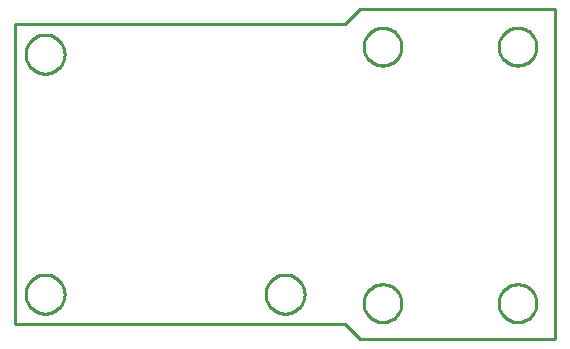
<source format=gko>
G04 EAGLE Gerber RS-274X export*
G75*
%MOMM*%
%FSLAX34Y34*%
%LPD*%
%IN*%
%IPPOS*%
%AMOC8*
5,1,8,0,0,1.08239X$1,22.5*%
G01*
%ADD10C,0.203200*%
%ADD11C,0.000000*%
%ADD12C,0.254000*%


D10*
X457200Y0D02*
X292100Y0D01*
X279400Y12700D01*
X0Y12700D01*
X0Y266700D01*
X279400Y266700D01*
X292100Y279400D01*
X457200Y279400D01*
X457200Y0D01*
D11*
X409450Y247650D02*
X409455Y248043D01*
X409469Y248435D01*
X409493Y248827D01*
X409527Y249218D01*
X409570Y249609D01*
X409623Y249998D01*
X409686Y250385D01*
X409757Y250771D01*
X409839Y251156D01*
X409929Y251538D01*
X410030Y251917D01*
X410139Y252295D01*
X410258Y252669D01*
X410385Y253040D01*
X410522Y253408D01*
X410668Y253773D01*
X410823Y254134D01*
X410986Y254491D01*
X411158Y254844D01*
X411339Y255192D01*
X411529Y255536D01*
X411726Y255876D01*
X411932Y256210D01*
X412146Y256539D01*
X412369Y256863D01*
X412599Y257181D01*
X412836Y257494D01*
X413082Y257800D01*
X413335Y258101D01*
X413595Y258395D01*
X413862Y258683D01*
X414136Y258964D01*
X414417Y259238D01*
X414705Y259505D01*
X414999Y259765D01*
X415300Y260018D01*
X415606Y260264D01*
X415919Y260501D01*
X416237Y260731D01*
X416561Y260954D01*
X416890Y261168D01*
X417224Y261374D01*
X417564Y261571D01*
X417908Y261761D01*
X418256Y261942D01*
X418609Y262114D01*
X418966Y262277D01*
X419327Y262432D01*
X419692Y262578D01*
X420060Y262715D01*
X420431Y262842D01*
X420805Y262961D01*
X421183Y263070D01*
X421562Y263171D01*
X421944Y263261D01*
X422329Y263343D01*
X422715Y263414D01*
X423102Y263477D01*
X423491Y263530D01*
X423882Y263573D01*
X424273Y263607D01*
X424665Y263631D01*
X425057Y263645D01*
X425450Y263650D01*
X425843Y263645D01*
X426235Y263631D01*
X426627Y263607D01*
X427018Y263573D01*
X427409Y263530D01*
X427798Y263477D01*
X428185Y263414D01*
X428571Y263343D01*
X428956Y263261D01*
X429338Y263171D01*
X429717Y263070D01*
X430095Y262961D01*
X430469Y262842D01*
X430840Y262715D01*
X431208Y262578D01*
X431573Y262432D01*
X431934Y262277D01*
X432291Y262114D01*
X432644Y261942D01*
X432992Y261761D01*
X433336Y261571D01*
X433676Y261374D01*
X434010Y261168D01*
X434339Y260954D01*
X434663Y260731D01*
X434981Y260501D01*
X435294Y260264D01*
X435600Y260018D01*
X435901Y259765D01*
X436195Y259505D01*
X436483Y259238D01*
X436764Y258964D01*
X437038Y258683D01*
X437305Y258395D01*
X437565Y258101D01*
X437818Y257800D01*
X438064Y257494D01*
X438301Y257181D01*
X438531Y256863D01*
X438754Y256539D01*
X438968Y256210D01*
X439174Y255876D01*
X439371Y255536D01*
X439561Y255192D01*
X439742Y254844D01*
X439914Y254491D01*
X440077Y254134D01*
X440232Y253773D01*
X440378Y253408D01*
X440515Y253040D01*
X440642Y252669D01*
X440761Y252295D01*
X440870Y251917D01*
X440971Y251538D01*
X441061Y251156D01*
X441143Y250771D01*
X441214Y250385D01*
X441277Y249998D01*
X441330Y249609D01*
X441373Y249218D01*
X441407Y248827D01*
X441431Y248435D01*
X441445Y248043D01*
X441450Y247650D01*
X441445Y247257D01*
X441431Y246865D01*
X441407Y246473D01*
X441373Y246082D01*
X441330Y245691D01*
X441277Y245302D01*
X441214Y244915D01*
X441143Y244529D01*
X441061Y244144D01*
X440971Y243762D01*
X440870Y243383D01*
X440761Y243005D01*
X440642Y242631D01*
X440515Y242260D01*
X440378Y241892D01*
X440232Y241527D01*
X440077Y241166D01*
X439914Y240809D01*
X439742Y240456D01*
X439561Y240108D01*
X439371Y239764D01*
X439174Y239424D01*
X438968Y239090D01*
X438754Y238761D01*
X438531Y238437D01*
X438301Y238119D01*
X438064Y237806D01*
X437818Y237500D01*
X437565Y237199D01*
X437305Y236905D01*
X437038Y236617D01*
X436764Y236336D01*
X436483Y236062D01*
X436195Y235795D01*
X435901Y235535D01*
X435600Y235282D01*
X435294Y235036D01*
X434981Y234799D01*
X434663Y234569D01*
X434339Y234346D01*
X434010Y234132D01*
X433676Y233926D01*
X433336Y233729D01*
X432992Y233539D01*
X432644Y233358D01*
X432291Y233186D01*
X431934Y233023D01*
X431573Y232868D01*
X431208Y232722D01*
X430840Y232585D01*
X430469Y232458D01*
X430095Y232339D01*
X429717Y232230D01*
X429338Y232129D01*
X428956Y232039D01*
X428571Y231957D01*
X428185Y231886D01*
X427798Y231823D01*
X427409Y231770D01*
X427018Y231727D01*
X426627Y231693D01*
X426235Y231669D01*
X425843Y231655D01*
X425450Y231650D01*
X425057Y231655D01*
X424665Y231669D01*
X424273Y231693D01*
X423882Y231727D01*
X423491Y231770D01*
X423102Y231823D01*
X422715Y231886D01*
X422329Y231957D01*
X421944Y232039D01*
X421562Y232129D01*
X421183Y232230D01*
X420805Y232339D01*
X420431Y232458D01*
X420060Y232585D01*
X419692Y232722D01*
X419327Y232868D01*
X418966Y233023D01*
X418609Y233186D01*
X418256Y233358D01*
X417908Y233539D01*
X417564Y233729D01*
X417224Y233926D01*
X416890Y234132D01*
X416561Y234346D01*
X416237Y234569D01*
X415919Y234799D01*
X415606Y235036D01*
X415300Y235282D01*
X414999Y235535D01*
X414705Y235795D01*
X414417Y236062D01*
X414136Y236336D01*
X413862Y236617D01*
X413595Y236905D01*
X413335Y237199D01*
X413082Y237500D01*
X412836Y237806D01*
X412599Y238119D01*
X412369Y238437D01*
X412146Y238761D01*
X411932Y239090D01*
X411726Y239424D01*
X411529Y239764D01*
X411339Y240108D01*
X411158Y240456D01*
X410986Y240809D01*
X410823Y241166D01*
X410668Y241527D01*
X410522Y241892D01*
X410385Y242260D01*
X410258Y242631D01*
X410139Y243005D01*
X410030Y243383D01*
X409929Y243762D01*
X409839Y244144D01*
X409757Y244529D01*
X409686Y244915D01*
X409623Y245302D01*
X409570Y245691D01*
X409527Y246082D01*
X409493Y246473D01*
X409469Y246865D01*
X409455Y247257D01*
X409450Y247650D01*
X295150Y247650D02*
X295155Y248043D01*
X295169Y248435D01*
X295193Y248827D01*
X295227Y249218D01*
X295270Y249609D01*
X295323Y249998D01*
X295386Y250385D01*
X295457Y250771D01*
X295539Y251156D01*
X295629Y251538D01*
X295730Y251917D01*
X295839Y252295D01*
X295958Y252669D01*
X296085Y253040D01*
X296222Y253408D01*
X296368Y253773D01*
X296523Y254134D01*
X296686Y254491D01*
X296858Y254844D01*
X297039Y255192D01*
X297229Y255536D01*
X297426Y255876D01*
X297632Y256210D01*
X297846Y256539D01*
X298069Y256863D01*
X298299Y257181D01*
X298536Y257494D01*
X298782Y257800D01*
X299035Y258101D01*
X299295Y258395D01*
X299562Y258683D01*
X299836Y258964D01*
X300117Y259238D01*
X300405Y259505D01*
X300699Y259765D01*
X301000Y260018D01*
X301306Y260264D01*
X301619Y260501D01*
X301937Y260731D01*
X302261Y260954D01*
X302590Y261168D01*
X302924Y261374D01*
X303264Y261571D01*
X303608Y261761D01*
X303956Y261942D01*
X304309Y262114D01*
X304666Y262277D01*
X305027Y262432D01*
X305392Y262578D01*
X305760Y262715D01*
X306131Y262842D01*
X306505Y262961D01*
X306883Y263070D01*
X307262Y263171D01*
X307644Y263261D01*
X308029Y263343D01*
X308415Y263414D01*
X308802Y263477D01*
X309191Y263530D01*
X309582Y263573D01*
X309973Y263607D01*
X310365Y263631D01*
X310757Y263645D01*
X311150Y263650D01*
X311543Y263645D01*
X311935Y263631D01*
X312327Y263607D01*
X312718Y263573D01*
X313109Y263530D01*
X313498Y263477D01*
X313885Y263414D01*
X314271Y263343D01*
X314656Y263261D01*
X315038Y263171D01*
X315417Y263070D01*
X315795Y262961D01*
X316169Y262842D01*
X316540Y262715D01*
X316908Y262578D01*
X317273Y262432D01*
X317634Y262277D01*
X317991Y262114D01*
X318344Y261942D01*
X318692Y261761D01*
X319036Y261571D01*
X319376Y261374D01*
X319710Y261168D01*
X320039Y260954D01*
X320363Y260731D01*
X320681Y260501D01*
X320994Y260264D01*
X321300Y260018D01*
X321601Y259765D01*
X321895Y259505D01*
X322183Y259238D01*
X322464Y258964D01*
X322738Y258683D01*
X323005Y258395D01*
X323265Y258101D01*
X323518Y257800D01*
X323764Y257494D01*
X324001Y257181D01*
X324231Y256863D01*
X324454Y256539D01*
X324668Y256210D01*
X324874Y255876D01*
X325071Y255536D01*
X325261Y255192D01*
X325442Y254844D01*
X325614Y254491D01*
X325777Y254134D01*
X325932Y253773D01*
X326078Y253408D01*
X326215Y253040D01*
X326342Y252669D01*
X326461Y252295D01*
X326570Y251917D01*
X326671Y251538D01*
X326761Y251156D01*
X326843Y250771D01*
X326914Y250385D01*
X326977Y249998D01*
X327030Y249609D01*
X327073Y249218D01*
X327107Y248827D01*
X327131Y248435D01*
X327145Y248043D01*
X327150Y247650D01*
X327145Y247257D01*
X327131Y246865D01*
X327107Y246473D01*
X327073Y246082D01*
X327030Y245691D01*
X326977Y245302D01*
X326914Y244915D01*
X326843Y244529D01*
X326761Y244144D01*
X326671Y243762D01*
X326570Y243383D01*
X326461Y243005D01*
X326342Y242631D01*
X326215Y242260D01*
X326078Y241892D01*
X325932Y241527D01*
X325777Y241166D01*
X325614Y240809D01*
X325442Y240456D01*
X325261Y240108D01*
X325071Y239764D01*
X324874Y239424D01*
X324668Y239090D01*
X324454Y238761D01*
X324231Y238437D01*
X324001Y238119D01*
X323764Y237806D01*
X323518Y237500D01*
X323265Y237199D01*
X323005Y236905D01*
X322738Y236617D01*
X322464Y236336D01*
X322183Y236062D01*
X321895Y235795D01*
X321601Y235535D01*
X321300Y235282D01*
X320994Y235036D01*
X320681Y234799D01*
X320363Y234569D01*
X320039Y234346D01*
X319710Y234132D01*
X319376Y233926D01*
X319036Y233729D01*
X318692Y233539D01*
X318344Y233358D01*
X317991Y233186D01*
X317634Y233023D01*
X317273Y232868D01*
X316908Y232722D01*
X316540Y232585D01*
X316169Y232458D01*
X315795Y232339D01*
X315417Y232230D01*
X315038Y232129D01*
X314656Y232039D01*
X314271Y231957D01*
X313885Y231886D01*
X313498Y231823D01*
X313109Y231770D01*
X312718Y231727D01*
X312327Y231693D01*
X311935Y231669D01*
X311543Y231655D01*
X311150Y231650D01*
X310757Y231655D01*
X310365Y231669D01*
X309973Y231693D01*
X309582Y231727D01*
X309191Y231770D01*
X308802Y231823D01*
X308415Y231886D01*
X308029Y231957D01*
X307644Y232039D01*
X307262Y232129D01*
X306883Y232230D01*
X306505Y232339D01*
X306131Y232458D01*
X305760Y232585D01*
X305392Y232722D01*
X305027Y232868D01*
X304666Y233023D01*
X304309Y233186D01*
X303956Y233358D01*
X303608Y233539D01*
X303264Y233729D01*
X302924Y233926D01*
X302590Y234132D01*
X302261Y234346D01*
X301937Y234569D01*
X301619Y234799D01*
X301306Y235036D01*
X301000Y235282D01*
X300699Y235535D01*
X300405Y235795D01*
X300117Y236062D01*
X299836Y236336D01*
X299562Y236617D01*
X299295Y236905D01*
X299035Y237199D01*
X298782Y237500D01*
X298536Y237806D01*
X298299Y238119D01*
X298069Y238437D01*
X297846Y238761D01*
X297632Y239090D01*
X297426Y239424D01*
X297229Y239764D01*
X297039Y240108D01*
X296858Y240456D01*
X296686Y240809D01*
X296523Y241166D01*
X296368Y241527D01*
X296222Y241892D01*
X296085Y242260D01*
X295958Y242631D01*
X295839Y243005D01*
X295730Y243383D01*
X295629Y243762D01*
X295539Y244144D01*
X295457Y244529D01*
X295386Y244915D01*
X295323Y245302D01*
X295270Y245691D01*
X295227Y246082D01*
X295193Y246473D01*
X295169Y246865D01*
X295155Y247257D01*
X295150Y247650D01*
X212090Y38100D02*
X212095Y38505D01*
X212110Y38910D01*
X212135Y39315D01*
X212170Y39718D01*
X212214Y40121D01*
X212269Y40523D01*
X212333Y40923D01*
X212407Y41321D01*
X212491Y41717D01*
X212585Y42112D01*
X212688Y42503D01*
X212801Y42893D01*
X212923Y43279D01*
X213055Y43662D01*
X213196Y44042D01*
X213347Y44418D01*
X213506Y44791D01*
X213675Y45159D01*
X213853Y45523D01*
X214039Y45883D01*
X214235Y46238D01*
X214439Y46588D01*
X214651Y46933D01*
X214872Y47272D01*
X215102Y47607D01*
X215339Y47935D01*
X215584Y48257D01*
X215838Y48574D01*
X216098Y48884D01*
X216367Y49187D01*
X216643Y49484D01*
X216926Y49774D01*
X217216Y50057D01*
X217513Y50333D01*
X217816Y50602D01*
X218126Y50862D01*
X218443Y51116D01*
X218765Y51361D01*
X219093Y51598D01*
X219428Y51828D01*
X219767Y52049D01*
X220112Y52261D01*
X220462Y52465D01*
X220817Y52661D01*
X221177Y52847D01*
X221541Y53025D01*
X221909Y53194D01*
X222282Y53353D01*
X222658Y53504D01*
X223038Y53645D01*
X223421Y53777D01*
X223807Y53899D01*
X224197Y54012D01*
X224588Y54115D01*
X224983Y54209D01*
X225379Y54293D01*
X225777Y54367D01*
X226177Y54431D01*
X226579Y54486D01*
X226982Y54530D01*
X227385Y54565D01*
X227790Y54590D01*
X228195Y54605D01*
X228600Y54610D01*
X229005Y54605D01*
X229410Y54590D01*
X229815Y54565D01*
X230218Y54530D01*
X230621Y54486D01*
X231023Y54431D01*
X231423Y54367D01*
X231821Y54293D01*
X232217Y54209D01*
X232612Y54115D01*
X233003Y54012D01*
X233393Y53899D01*
X233779Y53777D01*
X234162Y53645D01*
X234542Y53504D01*
X234918Y53353D01*
X235291Y53194D01*
X235659Y53025D01*
X236023Y52847D01*
X236383Y52661D01*
X236738Y52465D01*
X237088Y52261D01*
X237433Y52049D01*
X237772Y51828D01*
X238107Y51598D01*
X238435Y51361D01*
X238757Y51116D01*
X239074Y50862D01*
X239384Y50602D01*
X239687Y50333D01*
X239984Y50057D01*
X240274Y49774D01*
X240557Y49484D01*
X240833Y49187D01*
X241102Y48884D01*
X241362Y48574D01*
X241616Y48257D01*
X241861Y47935D01*
X242098Y47607D01*
X242328Y47272D01*
X242549Y46933D01*
X242761Y46588D01*
X242965Y46238D01*
X243161Y45883D01*
X243347Y45523D01*
X243525Y45159D01*
X243694Y44791D01*
X243853Y44418D01*
X244004Y44042D01*
X244145Y43662D01*
X244277Y43279D01*
X244399Y42893D01*
X244512Y42503D01*
X244615Y42112D01*
X244709Y41717D01*
X244793Y41321D01*
X244867Y40923D01*
X244931Y40523D01*
X244986Y40121D01*
X245030Y39718D01*
X245065Y39315D01*
X245090Y38910D01*
X245105Y38505D01*
X245110Y38100D01*
X245105Y37695D01*
X245090Y37290D01*
X245065Y36885D01*
X245030Y36482D01*
X244986Y36079D01*
X244931Y35677D01*
X244867Y35277D01*
X244793Y34879D01*
X244709Y34483D01*
X244615Y34088D01*
X244512Y33697D01*
X244399Y33307D01*
X244277Y32921D01*
X244145Y32538D01*
X244004Y32158D01*
X243853Y31782D01*
X243694Y31409D01*
X243525Y31041D01*
X243347Y30677D01*
X243161Y30317D01*
X242965Y29962D01*
X242761Y29612D01*
X242549Y29267D01*
X242328Y28928D01*
X242098Y28593D01*
X241861Y28265D01*
X241616Y27943D01*
X241362Y27626D01*
X241102Y27316D01*
X240833Y27013D01*
X240557Y26716D01*
X240274Y26426D01*
X239984Y26143D01*
X239687Y25867D01*
X239384Y25598D01*
X239074Y25338D01*
X238757Y25084D01*
X238435Y24839D01*
X238107Y24602D01*
X237772Y24372D01*
X237433Y24151D01*
X237088Y23939D01*
X236738Y23735D01*
X236383Y23539D01*
X236023Y23353D01*
X235659Y23175D01*
X235291Y23006D01*
X234918Y22847D01*
X234542Y22696D01*
X234162Y22555D01*
X233779Y22423D01*
X233393Y22301D01*
X233003Y22188D01*
X232612Y22085D01*
X232217Y21991D01*
X231821Y21907D01*
X231423Y21833D01*
X231023Y21769D01*
X230621Y21714D01*
X230218Y21670D01*
X229815Y21635D01*
X229410Y21610D01*
X229005Y21595D01*
X228600Y21590D01*
X228195Y21595D01*
X227790Y21610D01*
X227385Y21635D01*
X226982Y21670D01*
X226579Y21714D01*
X226177Y21769D01*
X225777Y21833D01*
X225379Y21907D01*
X224983Y21991D01*
X224588Y22085D01*
X224197Y22188D01*
X223807Y22301D01*
X223421Y22423D01*
X223038Y22555D01*
X222658Y22696D01*
X222282Y22847D01*
X221909Y23006D01*
X221541Y23175D01*
X221177Y23353D01*
X220817Y23539D01*
X220462Y23735D01*
X220112Y23939D01*
X219767Y24151D01*
X219428Y24372D01*
X219093Y24602D01*
X218765Y24839D01*
X218443Y25084D01*
X218126Y25338D01*
X217816Y25598D01*
X217513Y25867D01*
X217216Y26143D01*
X216926Y26426D01*
X216643Y26716D01*
X216367Y27013D01*
X216098Y27316D01*
X215838Y27626D01*
X215584Y27943D01*
X215339Y28265D01*
X215102Y28593D01*
X214872Y28928D01*
X214651Y29267D01*
X214439Y29612D01*
X214235Y29962D01*
X214039Y30317D01*
X213853Y30677D01*
X213675Y31041D01*
X213506Y31409D01*
X213347Y31782D01*
X213196Y32158D01*
X213055Y32538D01*
X212923Y32921D01*
X212801Y33307D01*
X212688Y33697D01*
X212585Y34088D01*
X212491Y34483D01*
X212407Y34879D01*
X212333Y35277D01*
X212269Y35677D01*
X212214Y36079D01*
X212170Y36482D01*
X212135Y36885D01*
X212110Y37290D01*
X212095Y37695D01*
X212090Y38100D01*
X8890Y38100D02*
X8895Y38505D01*
X8910Y38910D01*
X8935Y39315D01*
X8970Y39718D01*
X9014Y40121D01*
X9069Y40523D01*
X9133Y40923D01*
X9207Y41321D01*
X9291Y41717D01*
X9385Y42112D01*
X9488Y42503D01*
X9601Y42893D01*
X9723Y43279D01*
X9855Y43662D01*
X9996Y44042D01*
X10147Y44418D01*
X10306Y44791D01*
X10475Y45159D01*
X10653Y45523D01*
X10839Y45883D01*
X11035Y46238D01*
X11239Y46588D01*
X11451Y46933D01*
X11672Y47272D01*
X11902Y47607D01*
X12139Y47935D01*
X12384Y48257D01*
X12638Y48574D01*
X12898Y48884D01*
X13167Y49187D01*
X13443Y49484D01*
X13726Y49774D01*
X14016Y50057D01*
X14313Y50333D01*
X14616Y50602D01*
X14926Y50862D01*
X15243Y51116D01*
X15565Y51361D01*
X15893Y51598D01*
X16228Y51828D01*
X16567Y52049D01*
X16912Y52261D01*
X17262Y52465D01*
X17617Y52661D01*
X17977Y52847D01*
X18341Y53025D01*
X18709Y53194D01*
X19082Y53353D01*
X19458Y53504D01*
X19838Y53645D01*
X20221Y53777D01*
X20607Y53899D01*
X20997Y54012D01*
X21388Y54115D01*
X21783Y54209D01*
X22179Y54293D01*
X22577Y54367D01*
X22977Y54431D01*
X23379Y54486D01*
X23782Y54530D01*
X24185Y54565D01*
X24590Y54590D01*
X24995Y54605D01*
X25400Y54610D01*
X25805Y54605D01*
X26210Y54590D01*
X26615Y54565D01*
X27018Y54530D01*
X27421Y54486D01*
X27823Y54431D01*
X28223Y54367D01*
X28621Y54293D01*
X29017Y54209D01*
X29412Y54115D01*
X29803Y54012D01*
X30193Y53899D01*
X30579Y53777D01*
X30962Y53645D01*
X31342Y53504D01*
X31718Y53353D01*
X32091Y53194D01*
X32459Y53025D01*
X32823Y52847D01*
X33183Y52661D01*
X33538Y52465D01*
X33888Y52261D01*
X34233Y52049D01*
X34572Y51828D01*
X34907Y51598D01*
X35235Y51361D01*
X35557Y51116D01*
X35874Y50862D01*
X36184Y50602D01*
X36487Y50333D01*
X36784Y50057D01*
X37074Y49774D01*
X37357Y49484D01*
X37633Y49187D01*
X37902Y48884D01*
X38162Y48574D01*
X38416Y48257D01*
X38661Y47935D01*
X38898Y47607D01*
X39128Y47272D01*
X39349Y46933D01*
X39561Y46588D01*
X39765Y46238D01*
X39961Y45883D01*
X40147Y45523D01*
X40325Y45159D01*
X40494Y44791D01*
X40653Y44418D01*
X40804Y44042D01*
X40945Y43662D01*
X41077Y43279D01*
X41199Y42893D01*
X41312Y42503D01*
X41415Y42112D01*
X41509Y41717D01*
X41593Y41321D01*
X41667Y40923D01*
X41731Y40523D01*
X41786Y40121D01*
X41830Y39718D01*
X41865Y39315D01*
X41890Y38910D01*
X41905Y38505D01*
X41910Y38100D01*
X41905Y37695D01*
X41890Y37290D01*
X41865Y36885D01*
X41830Y36482D01*
X41786Y36079D01*
X41731Y35677D01*
X41667Y35277D01*
X41593Y34879D01*
X41509Y34483D01*
X41415Y34088D01*
X41312Y33697D01*
X41199Y33307D01*
X41077Y32921D01*
X40945Y32538D01*
X40804Y32158D01*
X40653Y31782D01*
X40494Y31409D01*
X40325Y31041D01*
X40147Y30677D01*
X39961Y30317D01*
X39765Y29962D01*
X39561Y29612D01*
X39349Y29267D01*
X39128Y28928D01*
X38898Y28593D01*
X38661Y28265D01*
X38416Y27943D01*
X38162Y27626D01*
X37902Y27316D01*
X37633Y27013D01*
X37357Y26716D01*
X37074Y26426D01*
X36784Y26143D01*
X36487Y25867D01*
X36184Y25598D01*
X35874Y25338D01*
X35557Y25084D01*
X35235Y24839D01*
X34907Y24602D01*
X34572Y24372D01*
X34233Y24151D01*
X33888Y23939D01*
X33538Y23735D01*
X33183Y23539D01*
X32823Y23353D01*
X32459Y23175D01*
X32091Y23006D01*
X31718Y22847D01*
X31342Y22696D01*
X30962Y22555D01*
X30579Y22423D01*
X30193Y22301D01*
X29803Y22188D01*
X29412Y22085D01*
X29017Y21991D01*
X28621Y21907D01*
X28223Y21833D01*
X27823Y21769D01*
X27421Y21714D01*
X27018Y21670D01*
X26615Y21635D01*
X26210Y21610D01*
X25805Y21595D01*
X25400Y21590D01*
X24995Y21595D01*
X24590Y21610D01*
X24185Y21635D01*
X23782Y21670D01*
X23379Y21714D01*
X22977Y21769D01*
X22577Y21833D01*
X22179Y21907D01*
X21783Y21991D01*
X21388Y22085D01*
X20997Y22188D01*
X20607Y22301D01*
X20221Y22423D01*
X19838Y22555D01*
X19458Y22696D01*
X19082Y22847D01*
X18709Y23006D01*
X18341Y23175D01*
X17977Y23353D01*
X17617Y23539D01*
X17262Y23735D01*
X16912Y23939D01*
X16567Y24151D01*
X16228Y24372D01*
X15893Y24602D01*
X15565Y24839D01*
X15243Y25084D01*
X14926Y25338D01*
X14616Y25598D01*
X14313Y25867D01*
X14016Y26143D01*
X13726Y26426D01*
X13443Y26716D01*
X13167Y27013D01*
X12898Y27316D01*
X12638Y27626D01*
X12384Y27943D01*
X12139Y28265D01*
X11902Y28593D01*
X11672Y28928D01*
X11451Y29267D01*
X11239Y29612D01*
X11035Y29962D01*
X10839Y30317D01*
X10653Y30677D01*
X10475Y31041D01*
X10306Y31409D01*
X10147Y31782D01*
X9996Y32158D01*
X9855Y32538D01*
X9723Y32921D01*
X9601Y33307D01*
X9488Y33697D01*
X9385Y34088D01*
X9291Y34483D01*
X9207Y34879D01*
X9133Y35277D01*
X9069Y35677D01*
X9014Y36079D01*
X8970Y36482D01*
X8935Y36885D01*
X8910Y37290D01*
X8895Y37695D01*
X8890Y38100D01*
X8890Y241300D02*
X8895Y241705D01*
X8910Y242110D01*
X8935Y242515D01*
X8970Y242918D01*
X9014Y243321D01*
X9069Y243723D01*
X9133Y244123D01*
X9207Y244521D01*
X9291Y244917D01*
X9385Y245312D01*
X9488Y245703D01*
X9601Y246093D01*
X9723Y246479D01*
X9855Y246862D01*
X9996Y247242D01*
X10147Y247618D01*
X10306Y247991D01*
X10475Y248359D01*
X10653Y248723D01*
X10839Y249083D01*
X11035Y249438D01*
X11239Y249788D01*
X11451Y250133D01*
X11672Y250472D01*
X11902Y250807D01*
X12139Y251135D01*
X12384Y251457D01*
X12638Y251774D01*
X12898Y252084D01*
X13167Y252387D01*
X13443Y252684D01*
X13726Y252974D01*
X14016Y253257D01*
X14313Y253533D01*
X14616Y253802D01*
X14926Y254062D01*
X15243Y254316D01*
X15565Y254561D01*
X15893Y254798D01*
X16228Y255028D01*
X16567Y255249D01*
X16912Y255461D01*
X17262Y255665D01*
X17617Y255861D01*
X17977Y256047D01*
X18341Y256225D01*
X18709Y256394D01*
X19082Y256553D01*
X19458Y256704D01*
X19838Y256845D01*
X20221Y256977D01*
X20607Y257099D01*
X20997Y257212D01*
X21388Y257315D01*
X21783Y257409D01*
X22179Y257493D01*
X22577Y257567D01*
X22977Y257631D01*
X23379Y257686D01*
X23782Y257730D01*
X24185Y257765D01*
X24590Y257790D01*
X24995Y257805D01*
X25400Y257810D01*
X25805Y257805D01*
X26210Y257790D01*
X26615Y257765D01*
X27018Y257730D01*
X27421Y257686D01*
X27823Y257631D01*
X28223Y257567D01*
X28621Y257493D01*
X29017Y257409D01*
X29412Y257315D01*
X29803Y257212D01*
X30193Y257099D01*
X30579Y256977D01*
X30962Y256845D01*
X31342Y256704D01*
X31718Y256553D01*
X32091Y256394D01*
X32459Y256225D01*
X32823Y256047D01*
X33183Y255861D01*
X33538Y255665D01*
X33888Y255461D01*
X34233Y255249D01*
X34572Y255028D01*
X34907Y254798D01*
X35235Y254561D01*
X35557Y254316D01*
X35874Y254062D01*
X36184Y253802D01*
X36487Y253533D01*
X36784Y253257D01*
X37074Y252974D01*
X37357Y252684D01*
X37633Y252387D01*
X37902Y252084D01*
X38162Y251774D01*
X38416Y251457D01*
X38661Y251135D01*
X38898Y250807D01*
X39128Y250472D01*
X39349Y250133D01*
X39561Y249788D01*
X39765Y249438D01*
X39961Y249083D01*
X40147Y248723D01*
X40325Y248359D01*
X40494Y247991D01*
X40653Y247618D01*
X40804Y247242D01*
X40945Y246862D01*
X41077Y246479D01*
X41199Y246093D01*
X41312Y245703D01*
X41415Y245312D01*
X41509Y244917D01*
X41593Y244521D01*
X41667Y244123D01*
X41731Y243723D01*
X41786Y243321D01*
X41830Y242918D01*
X41865Y242515D01*
X41890Y242110D01*
X41905Y241705D01*
X41910Y241300D01*
X41905Y240895D01*
X41890Y240490D01*
X41865Y240085D01*
X41830Y239682D01*
X41786Y239279D01*
X41731Y238877D01*
X41667Y238477D01*
X41593Y238079D01*
X41509Y237683D01*
X41415Y237288D01*
X41312Y236897D01*
X41199Y236507D01*
X41077Y236121D01*
X40945Y235738D01*
X40804Y235358D01*
X40653Y234982D01*
X40494Y234609D01*
X40325Y234241D01*
X40147Y233877D01*
X39961Y233517D01*
X39765Y233162D01*
X39561Y232812D01*
X39349Y232467D01*
X39128Y232128D01*
X38898Y231793D01*
X38661Y231465D01*
X38416Y231143D01*
X38162Y230826D01*
X37902Y230516D01*
X37633Y230213D01*
X37357Y229916D01*
X37074Y229626D01*
X36784Y229343D01*
X36487Y229067D01*
X36184Y228798D01*
X35874Y228538D01*
X35557Y228284D01*
X35235Y228039D01*
X34907Y227802D01*
X34572Y227572D01*
X34233Y227351D01*
X33888Y227139D01*
X33538Y226935D01*
X33183Y226739D01*
X32823Y226553D01*
X32459Y226375D01*
X32091Y226206D01*
X31718Y226047D01*
X31342Y225896D01*
X30962Y225755D01*
X30579Y225623D01*
X30193Y225501D01*
X29803Y225388D01*
X29412Y225285D01*
X29017Y225191D01*
X28621Y225107D01*
X28223Y225033D01*
X27823Y224969D01*
X27421Y224914D01*
X27018Y224870D01*
X26615Y224835D01*
X26210Y224810D01*
X25805Y224795D01*
X25400Y224790D01*
X24995Y224795D01*
X24590Y224810D01*
X24185Y224835D01*
X23782Y224870D01*
X23379Y224914D01*
X22977Y224969D01*
X22577Y225033D01*
X22179Y225107D01*
X21783Y225191D01*
X21388Y225285D01*
X20997Y225388D01*
X20607Y225501D01*
X20221Y225623D01*
X19838Y225755D01*
X19458Y225896D01*
X19082Y226047D01*
X18709Y226206D01*
X18341Y226375D01*
X17977Y226553D01*
X17617Y226739D01*
X17262Y226935D01*
X16912Y227139D01*
X16567Y227351D01*
X16228Y227572D01*
X15893Y227802D01*
X15565Y228039D01*
X15243Y228284D01*
X14926Y228538D01*
X14616Y228798D01*
X14313Y229067D01*
X14016Y229343D01*
X13726Y229626D01*
X13443Y229916D01*
X13167Y230213D01*
X12898Y230516D01*
X12638Y230826D01*
X12384Y231143D01*
X12139Y231465D01*
X11902Y231793D01*
X11672Y232128D01*
X11451Y232467D01*
X11239Y232812D01*
X11035Y233162D01*
X10839Y233517D01*
X10653Y233877D01*
X10475Y234241D01*
X10306Y234609D01*
X10147Y234982D01*
X9996Y235358D01*
X9855Y235738D01*
X9723Y236121D01*
X9601Y236507D01*
X9488Y236897D01*
X9385Y237288D01*
X9291Y237683D01*
X9207Y238079D01*
X9133Y238477D01*
X9069Y238877D01*
X9014Y239279D01*
X8970Y239682D01*
X8935Y240085D01*
X8910Y240490D01*
X8895Y240895D01*
X8890Y241300D01*
X295150Y30480D02*
X295155Y30873D01*
X295169Y31265D01*
X295193Y31657D01*
X295227Y32048D01*
X295270Y32439D01*
X295323Y32828D01*
X295386Y33215D01*
X295457Y33601D01*
X295539Y33986D01*
X295629Y34368D01*
X295730Y34747D01*
X295839Y35125D01*
X295958Y35499D01*
X296085Y35870D01*
X296222Y36238D01*
X296368Y36603D01*
X296523Y36964D01*
X296686Y37321D01*
X296858Y37674D01*
X297039Y38022D01*
X297229Y38366D01*
X297426Y38706D01*
X297632Y39040D01*
X297846Y39369D01*
X298069Y39693D01*
X298299Y40011D01*
X298536Y40324D01*
X298782Y40630D01*
X299035Y40931D01*
X299295Y41225D01*
X299562Y41513D01*
X299836Y41794D01*
X300117Y42068D01*
X300405Y42335D01*
X300699Y42595D01*
X301000Y42848D01*
X301306Y43094D01*
X301619Y43331D01*
X301937Y43561D01*
X302261Y43784D01*
X302590Y43998D01*
X302924Y44204D01*
X303264Y44401D01*
X303608Y44591D01*
X303956Y44772D01*
X304309Y44944D01*
X304666Y45107D01*
X305027Y45262D01*
X305392Y45408D01*
X305760Y45545D01*
X306131Y45672D01*
X306505Y45791D01*
X306883Y45900D01*
X307262Y46001D01*
X307644Y46091D01*
X308029Y46173D01*
X308415Y46244D01*
X308802Y46307D01*
X309191Y46360D01*
X309582Y46403D01*
X309973Y46437D01*
X310365Y46461D01*
X310757Y46475D01*
X311150Y46480D01*
X311543Y46475D01*
X311935Y46461D01*
X312327Y46437D01*
X312718Y46403D01*
X313109Y46360D01*
X313498Y46307D01*
X313885Y46244D01*
X314271Y46173D01*
X314656Y46091D01*
X315038Y46001D01*
X315417Y45900D01*
X315795Y45791D01*
X316169Y45672D01*
X316540Y45545D01*
X316908Y45408D01*
X317273Y45262D01*
X317634Y45107D01*
X317991Y44944D01*
X318344Y44772D01*
X318692Y44591D01*
X319036Y44401D01*
X319376Y44204D01*
X319710Y43998D01*
X320039Y43784D01*
X320363Y43561D01*
X320681Y43331D01*
X320994Y43094D01*
X321300Y42848D01*
X321601Y42595D01*
X321895Y42335D01*
X322183Y42068D01*
X322464Y41794D01*
X322738Y41513D01*
X323005Y41225D01*
X323265Y40931D01*
X323518Y40630D01*
X323764Y40324D01*
X324001Y40011D01*
X324231Y39693D01*
X324454Y39369D01*
X324668Y39040D01*
X324874Y38706D01*
X325071Y38366D01*
X325261Y38022D01*
X325442Y37674D01*
X325614Y37321D01*
X325777Y36964D01*
X325932Y36603D01*
X326078Y36238D01*
X326215Y35870D01*
X326342Y35499D01*
X326461Y35125D01*
X326570Y34747D01*
X326671Y34368D01*
X326761Y33986D01*
X326843Y33601D01*
X326914Y33215D01*
X326977Y32828D01*
X327030Y32439D01*
X327073Y32048D01*
X327107Y31657D01*
X327131Y31265D01*
X327145Y30873D01*
X327150Y30480D01*
X327145Y30087D01*
X327131Y29695D01*
X327107Y29303D01*
X327073Y28912D01*
X327030Y28521D01*
X326977Y28132D01*
X326914Y27745D01*
X326843Y27359D01*
X326761Y26974D01*
X326671Y26592D01*
X326570Y26213D01*
X326461Y25835D01*
X326342Y25461D01*
X326215Y25090D01*
X326078Y24722D01*
X325932Y24357D01*
X325777Y23996D01*
X325614Y23639D01*
X325442Y23286D01*
X325261Y22938D01*
X325071Y22594D01*
X324874Y22254D01*
X324668Y21920D01*
X324454Y21591D01*
X324231Y21267D01*
X324001Y20949D01*
X323764Y20636D01*
X323518Y20330D01*
X323265Y20029D01*
X323005Y19735D01*
X322738Y19447D01*
X322464Y19166D01*
X322183Y18892D01*
X321895Y18625D01*
X321601Y18365D01*
X321300Y18112D01*
X320994Y17866D01*
X320681Y17629D01*
X320363Y17399D01*
X320039Y17176D01*
X319710Y16962D01*
X319376Y16756D01*
X319036Y16559D01*
X318692Y16369D01*
X318344Y16188D01*
X317991Y16016D01*
X317634Y15853D01*
X317273Y15698D01*
X316908Y15552D01*
X316540Y15415D01*
X316169Y15288D01*
X315795Y15169D01*
X315417Y15060D01*
X315038Y14959D01*
X314656Y14869D01*
X314271Y14787D01*
X313885Y14716D01*
X313498Y14653D01*
X313109Y14600D01*
X312718Y14557D01*
X312327Y14523D01*
X311935Y14499D01*
X311543Y14485D01*
X311150Y14480D01*
X310757Y14485D01*
X310365Y14499D01*
X309973Y14523D01*
X309582Y14557D01*
X309191Y14600D01*
X308802Y14653D01*
X308415Y14716D01*
X308029Y14787D01*
X307644Y14869D01*
X307262Y14959D01*
X306883Y15060D01*
X306505Y15169D01*
X306131Y15288D01*
X305760Y15415D01*
X305392Y15552D01*
X305027Y15698D01*
X304666Y15853D01*
X304309Y16016D01*
X303956Y16188D01*
X303608Y16369D01*
X303264Y16559D01*
X302924Y16756D01*
X302590Y16962D01*
X302261Y17176D01*
X301937Y17399D01*
X301619Y17629D01*
X301306Y17866D01*
X301000Y18112D01*
X300699Y18365D01*
X300405Y18625D01*
X300117Y18892D01*
X299836Y19166D01*
X299562Y19447D01*
X299295Y19735D01*
X299035Y20029D01*
X298782Y20330D01*
X298536Y20636D01*
X298299Y20949D01*
X298069Y21267D01*
X297846Y21591D01*
X297632Y21920D01*
X297426Y22254D01*
X297229Y22594D01*
X297039Y22938D01*
X296858Y23286D01*
X296686Y23639D01*
X296523Y23996D01*
X296368Y24357D01*
X296222Y24722D01*
X296085Y25090D01*
X295958Y25461D01*
X295839Y25835D01*
X295730Y26213D01*
X295629Y26592D01*
X295539Y26974D01*
X295457Y27359D01*
X295386Y27745D01*
X295323Y28132D01*
X295270Y28521D01*
X295227Y28912D01*
X295193Y29303D01*
X295169Y29695D01*
X295155Y30087D01*
X295150Y30480D01*
X409450Y30480D02*
X409455Y30873D01*
X409469Y31265D01*
X409493Y31657D01*
X409527Y32048D01*
X409570Y32439D01*
X409623Y32828D01*
X409686Y33215D01*
X409757Y33601D01*
X409839Y33986D01*
X409929Y34368D01*
X410030Y34747D01*
X410139Y35125D01*
X410258Y35499D01*
X410385Y35870D01*
X410522Y36238D01*
X410668Y36603D01*
X410823Y36964D01*
X410986Y37321D01*
X411158Y37674D01*
X411339Y38022D01*
X411529Y38366D01*
X411726Y38706D01*
X411932Y39040D01*
X412146Y39369D01*
X412369Y39693D01*
X412599Y40011D01*
X412836Y40324D01*
X413082Y40630D01*
X413335Y40931D01*
X413595Y41225D01*
X413862Y41513D01*
X414136Y41794D01*
X414417Y42068D01*
X414705Y42335D01*
X414999Y42595D01*
X415300Y42848D01*
X415606Y43094D01*
X415919Y43331D01*
X416237Y43561D01*
X416561Y43784D01*
X416890Y43998D01*
X417224Y44204D01*
X417564Y44401D01*
X417908Y44591D01*
X418256Y44772D01*
X418609Y44944D01*
X418966Y45107D01*
X419327Y45262D01*
X419692Y45408D01*
X420060Y45545D01*
X420431Y45672D01*
X420805Y45791D01*
X421183Y45900D01*
X421562Y46001D01*
X421944Y46091D01*
X422329Y46173D01*
X422715Y46244D01*
X423102Y46307D01*
X423491Y46360D01*
X423882Y46403D01*
X424273Y46437D01*
X424665Y46461D01*
X425057Y46475D01*
X425450Y46480D01*
X425843Y46475D01*
X426235Y46461D01*
X426627Y46437D01*
X427018Y46403D01*
X427409Y46360D01*
X427798Y46307D01*
X428185Y46244D01*
X428571Y46173D01*
X428956Y46091D01*
X429338Y46001D01*
X429717Y45900D01*
X430095Y45791D01*
X430469Y45672D01*
X430840Y45545D01*
X431208Y45408D01*
X431573Y45262D01*
X431934Y45107D01*
X432291Y44944D01*
X432644Y44772D01*
X432992Y44591D01*
X433336Y44401D01*
X433676Y44204D01*
X434010Y43998D01*
X434339Y43784D01*
X434663Y43561D01*
X434981Y43331D01*
X435294Y43094D01*
X435600Y42848D01*
X435901Y42595D01*
X436195Y42335D01*
X436483Y42068D01*
X436764Y41794D01*
X437038Y41513D01*
X437305Y41225D01*
X437565Y40931D01*
X437818Y40630D01*
X438064Y40324D01*
X438301Y40011D01*
X438531Y39693D01*
X438754Y39369D01*
X438968Y39040D01*
X439174Y38706D01*
X439371Y38366D01*
X439561Y38022D01*
X439742Y37674D01*
X439914Y37321D01*
X440077Y36964D01*
X440232Y36603D01*
X440378Y36238D01*
X440515Y35870D01*
X440642Y35499D01*
X440761Y35125D01*
X440870Y34747D01*
X440971Y34368D01*
X441061Y33986D01*
X441143Y33601D01*
X441214Y33215D01*
X441277Y32828D01*
X441330Y32439D01*
X441373Y32048D01*
X441407Y31657D01*
X441431Y31265D01*
X441445Y30873D01*
X441450Y30480D01*
X441445Y30087D01*
X441431Y29695D01*
X441407Y29303D01*
X441373Y28912D01*
X441330Y28521D01*
X441277Y28132D01*
X441214Y27745D01*
X441143Y27359D01*
X441061Y26974D01*
X440971Y26592D01*
X440870Y26213D01*
X440761Y25835D01*
X440642Y25461D01*
X440515Y25090D01*
X440378Y24722D01*
X440232Y24357D01*
X440077Y23996D01*
X439914Y23639D01*
X439742Y23286D01*
X439561Y22938D01*
X439371Y22594D01*
X439174Y22254D01*
X438968Y21920D01*
X438754Y21591D01*
X438531Y21267D01*
X438301Y20949D01*
X438064Y20636D01*
X437818Y20330D01*
X437565Y20029D01*
X437305Y19735D01*
X437038Y19447D01*
X436764Y19166D01*
X436483Y18892D01*
X436195Y18625D01*
X435901Y18365D01*
X435600Y18112D01*
X435294Y17866D01*
X434981Y17629D01*
X434663Y17399D01*
X434339Y17176D01*
X434010Y16962D01*
X433676Y16756D01*
X433336Y16559D01*
X432992Y16369D01*
X432644Y16188D01*
X432291Y16016D01*
X431934Y15853D01*
X431573Y15698D01*
X431208Y15552D01*
X430840Y15415D01*
X430469Y15288D01*
X430095Y15169D01*
X429717Y15060D01*
X429338Y14959D01*
X428956Y14869D01*
X428571Y14787D01*
X428185Y14716D01*
X427798Y14653D01*
X427409Y14600D01*
X427018Y14557D01*
X426627Y14523D01*
X426235Y14499D01*
X425843Y14485D01*
X425450Y14480D01*
X425057Y14485D01*
X424665Y14499D01*
X424273Y14523D01*
X423882Y14557D01*
X423491Y14600D01*
X423102Y14653D01*
X422715Y14716D01*
X422329Y14787D01*
X421944Y14869D01*
X421562Y14959D01*
X421183Y15060D01*
X420805Y15169D01*
X420431Y15288D01*
X420060Y15415D01*
X419692Y15552D01*
X419327Y15698D01*
X418966Y15853D01*
X418609Y16016D01*
X418256Y16188D01*
X417908Y16369D01*
X417564Y16559D01*
X417224Y16756D01*
X416890Y16962D01*
X416561Y17176D01*
X416237Y17399D01*
X415919Y17629D01*
X415606Y17866D01*
X415300Y18112D01*
X414999Y18365D01*
X414705Y18625D01*
X414417Y18892D01*
X414136Y19166D01*
X413862Y19447D01*
X413595Y19735D01*
X413335Y20029D01*
X413082Y20330D01*
X412836Y20636D01*
X412599Y20949D01*
X412369Y21267D01*
X412146Y21591D01*
X411932Y21920D01*
X411726Y22254D01*
X411529Y22594D01*
X411339Y22938D01*
X411158Y23286D01*
X410986Y23639D01*
X410823Y23996D01*
X410668Y24357D01*
X410522Y24722D01*
X410385Y25090D01*
X410258Y25461D01*
X410139Y25835D01*
X410030Y26213D01*
X409929Y26592D01*
X409839Y26974D01*
X409757Y27359D01*
X409686Y27745D01*
X409623Y28132D01*
X409570Y28521D01*
X409527Y28912D01*
X409493Y29303D01*
X409469Y29695D01*
X409455Y30087D01*
X409450Y30480D01*
D12*
X0Y12700D02*
X279400Y12700D01*
X292100Y0D01*
X457200Y0D01*
X457200Y279400D01*
X292100Y279400D01*
X279400Y266700D01*
X0Y266700D01*
X0Y12700D01*
X409450Y248174D02*
X409519Y249219D01*
X409655Y250258D01*
X409860Y251285D01*
X410131Y252297D01*
X410467Y253289D01*
X410868Y254257D01*
X411332Y255196D01*
X411856Y256104D01*
X412438Y256975D01*
X413075Y257806D01*
X413766Y258593D01*
X414507Y259334D01*
X415294Y260025D01*
X416125Y260663D01*
X416996Y261245D01*
X417904Y261768D01*
X418843Y262232D01*
X419811Y262633D01*
X420803Y262969D01*
X421815Y263240D01*
X422842Y263445D01*
X423881Y263582D01*
X424926Y263650D01*
X425974Y263650D01*
X427019Y263582D01*
X428058Y263445D01*
X429085Y263240D01*
X430097Y262969D01*
X431089Y262633D01*
X432057Y262232D01*
X432996Y261768D01*
X433904Y261245D01*
X434775Y260663D01*
X435606Y260025D01*
X436393Y259334D01*
X437134Y258593D01*
X437825Y257806D01*
X438463Y256975D01*
X439045Y256104D01*
X439568Y255196D01*
X440032Y254257D01*
X440433Y253289D01*
X440769Y252297D01*
X441040Y251285D01*
X441245Y250258D01*
X441382Y249219D01*
X441450Y248174D01*
X441450Y247126D01*
X441382Y246081D01*
X441245Y245042D01*
X441040Y244015D01*
X440769Y243003D01*
X440433Y242011D01*
X440032Y241043D01*
X439568Y240104D01*
X439045Y239196D01*
X438463Y238325D01*
X437825Y237494D01*
X437134Y236707D01*
X436393Y235966D01*
X435606Y235275D01*
X434775Y234638D01*
X433904Y234056D01*
X432996Y233532D01*
X432057Y233068D01*
X431089Y232667D01*
X430097Y232331D01*
X429085Y232060D01*
X428058Y231855D01*
X427019Y231719D01*
X425974Y231650D01*
X424926Y231650D01*
X423881Y231719D01*
X422842Y231855D01*
X421815Y232060D01*
X420803Y232331D01*
X419811Y232667D01*
X418843Y233068D01*
X417904Y233532D01*
X416996Y234056D01*
X416125Y234638D01*
X415294Y235275D01*
X414507Y235966D01*
X413766Y236707D01*
X413075Y237494D01*
X412438Y238325D01*
X411856Y239196D01*
X411332Y240104D01*
X410868Y241043D01*
X410467Y242011D01*
X410131Y243003D01*
X409860Y244015D01*
X409655Y245042D01*
X409519Y246081D01*
X409450Y247126D01*
X409450Y248174D01*
X295150Y248174D02*
X295219Y249219D01*
X295355Y250258D01*
X295560Y251285D01*
X295831Y252297D01*
X296167Y253289D01*
X296568Y254257D01*
X297032Y255196D01*
X297556Y256104D01*
X298138Y256975D01*
X298775Y257806D01*
X299466Y258593D01*
X300207Y259334D01*
X300994Y260025D01*
X301825Y260663D01*
X302696Y261245D01*
X303604Y261768D01*
X304543Y262232D01*
X305511Y262633D01*
X306503Y262969D01*
X307515Y263240D01*
X308542Y263445D01*
X309581Y263582D01*
X310626Y263650D01*
X311674Y263650D01*
X312719Y263582D01*
X313758Y263445D01*
X314785Y263240D01*
X315797Y262969D01*
X316789Y262633D01*
X317757Y262232D01*
X318696Y261768D01*
X319604Y261245D01*
X320475Y260663D01*
X321306Y260025D01*
X322093Y259334D01*
X322834Y258593D01*
X323525Y257806D01*
X324163Y256975D01*
X324745Y256104D01*
X325268Y255196D01*
X325732Y254257D01*
X326133Y253289D01*
X326469Y252297D01*
X326740Y251285D01*
X326945Y250258D01*
X327082Y249219D01*
X327150Y248174D01*
X327150Y247126D01*
X327082Y246081D01*
X326945Y245042D01*
X326740Y244015D01*
X326469Y243003D01*
X326133Y242011D01*
X325732Y241043D01*
X325268Y240104D01*
X324745Y239196D01*
X324163Y238325D01*
X323525Y237494D01*
X322834Y236707D01*
X322093Y235966D01*
X321306Y235275D01*
X320475Y234638D01*
X319604Y234056D01*
X318696Y233532D01*
X317757Y233068D01*
X316789Y232667D01*
X315797Y232331D01*
X314785Y232060D01*
X313758Y231855D01*
X312719Y231719D01*
X311674Y231650D01*
X310626Y231650D01*
X309581Y231719D01*
X308542Y231855D01*
X307515Y232060D01*
X306503Y232331D01*
X305511Y232667D01*
X304543Y233068D01*
X303604Y233532D01*
X302696Y234056D01*
X301825Y234638D01*
X300994Y235275D01*
X300207Y235966D01*
X299466Y236707D01*
X298775Y237494D01*
X298138Y238325D01*
X297556Y239196D01*
X297032Y240104D01*
X296568Y241043D01*
X296167Y242011D01*
X295831Y243003D01*
X295560Y244015D01*
X295355Y245042D01*
X295219Y246081D01*
X295150Y247126D01*
X295150Y248174D01*
X229140Y54610D02*
X230219Y54539D01*
X231291Y54398D01*
X232351Y54187D01*
X233395Y53908D01*
X234419Y53560D01*
X235417Y53146D01*
X236387Y52668D01*
X237323Y52128D01*
X238222Y51527D01*
X239079Y50869D01*
X239892Y50157D01*
X240657Y49392D01*
X241369Y48579D01*
X242027Y47722D01*
X242628Y46823D01*
X243168Y45887D01*
X243646Y44917D01*
X244060Y43919D01*
X244408Y42895D01*
X244687Y41851D01*
X244898Y40791D01*
X245039Y39719D01*
X245110Y38640D01*
X245110Y37560D01*
X245039Y36481D01*
X244898Y35409D01*
X244687Y34349D01*
X244408Y33305D01*
X244060Y32281D01*
X243646Y31283D01*
X243168Y30313D01*
X242628Y29377D01*
X242027Y28478D01*
X241369Y27621D01*
X240657Y26808D01*
X239892Y26044D01*
X239079Y25331D01*
X238222Y24673D01*
X237323Y24072D01*
X236387Y23532D01*
X235417Y23054D01*
X234419Y22640D01*
X233395Y22292D01*
X232351Y22013D01*
X231291Y21802D01*
X230219Y21661D01*
X229140Y21590D01*
X228060Y21590D01*
X226981Y21661D01*
X225909Y21802D01*
X224849Y22013D01*
X223805Y22292D01*
X222781Y22640D01*
X221783Y23054D01*
X220813Y23532D01*
X219877Y24072D01*
X218978Y24673D01*
X218121Y25331D01*
X217308Y26044D01*
X216544Y26808D01*
X215831Y27621D01*
X215173Y28478D01*
X214572Y29377D01*
X214032Y30313D01*
X213554Y31283D01*
X213140Y32281D01*
X212792Y33305D01*
X212513Y34349D01*
X212302Y35409D01*
X212161Y36481D01*
X212090Y37560D01*
X212090Y38640D01*
X212161Y39719D01*
X212302Y40791D01*
X212513Y41851D01*
X212792Y42895D01*
X213140Y43919D01*
X213554Y44917D01*
X214032Y45887D01*
X214572Y46823D01*
X215173Y47722D01*
X215831Y48579D01*
X216544Y49392D01*
X217308Y50157D01*
X218121Y50869D01*
X218978Y51527D01*
X219877Y52128D01*
X220813Y52668D01*
X221783Y53146D01*
X222781Y53560D01*
X223805Y53908D01*
X224849Y54187D01*
X225909Y54398D01*
X226981Y54539D01*
X228060Y54610D01*
X229140Y54610D01*
X25940Y54610D02*
X27019Y54539D01*
X28091Y54398D01*
X29151Y54187D01*
X30195Y53908D01*
X31219Y53560D01*
X32217Y53146D01*
X33187Y52668D01*
X34123Y52128D01*
X35022Y51527D01*
X35879Y50869D01*
X36692Y50157D01*
X37457Y49392D01*
X38169Y48579D01*
X38827Y47722D01*
X39428Y46823D01*
X39968Y45887D01*
X40446Y44917D01*
X40860Y43919D01*
X41208Y42895D01*
X41487Y41851D01*
X41698Y40791D01*
X41839Y39719D01*
X41910Y38640D01*
X41910Y37560D01*
X41839Y36481D01*
X41698Y35409D01*
X41487Y34349D01*
X41208Y33305D01*
X40860Y32281D01*
X40446Y31283D01*
X39968Y30313D01*
X39428Y29377D01*
X38827Y28478D01*
X38169Y27621D01*
X37457Y26808D01*
X36692Y26044D01*
X35879Y25331D01*
X35022Y24673D01*
X34123Y24072D01*
X33187Y23532D01*
X32217Y23054D01*
X31219Y22640D01*
X30195Y22292D01*
X29151Y22013D01*
X28091Y21802D01*
X27019Y21661D01*
X25940Y21590D01*
X24860Y21590D01*
X23781Y21661D01*
X22709Y21802D01*
X21649Y22013D01*
X20605Y22292D01*
X19581Y22640D01*
X18583Y23054D01*
X17613Y23532D01*
X16677Y24072D01*
X15778Y24673D01*
X14921Y25331D01*
X14108Y26044D01*
X13344Y26808D01*
X12631Y27621D01*
X11973Y28478D01*
X11372Y29377D01*
X10832Y30313D01*
X10354Y31283D01*
X9940Y32281D01*
X9592Y33305D01*
X9313Y34349D01*
X9102Y35409D01*
X8961Y36481D01*
X8890Y37560D01*
X8890Y38640D01*
X8961Y39719D01*
X9102Y40791D01*
X9313Y41851D01*
X9592Y42895D01*
X9940Y43919D01*
X10354Y44917D01*
X10832Y45887D01*
X11372Y46823D01*
X11973Y47722D01*
X12631Y48579D01*
X13344Y49392D01*
X14108Y50157D01*
X14921Y50869D01*
X15778Y51527D01*
X16677Y52128D01*
X17613Y52668D01*
X18583Y53146D01*
X19581Y53560D01*
X20605Y53908D01*
X21649Y54187D01*
X22709Y54398D01*
X23781Y54539D01*
X24860Y54610D01*
X25940Y54610D01*
X25940Y257810D02*
X27019Y257739D01*
X28091Y257598D01*
X29151Y257387D01*
X30195Y257108D01*
X31219Y256760D01*
X32217Y256346D01*
X33187Y255868D01*
X34123Y255328D01*
X35022Y254727D01*
X35879Y254069D01*
X36692Y253357D01*
X37457Y252592D01*
X38169Y251779D01*
X38827Y250922D01*
X39428Y250023D01*
X39968Y249087D01*
X40446Y248117D01*
X40860Y247119D01*
X41208Y246095D01*
X41487Y245051D01*
X41698Y243991D01*
X41839Y242919D01*
X41910Y241840D01*
X41910Y240760D01*
X41839Y239681D01*
X41698Y238609D01*
X41487Y237549D01*
X41208Y236505D01*
X40860Y235481D01*
X40446Y234483D01*
X39968Y233513D01*
X39428Y232577D01*
X38827Y231678D01*
X38169Y230821D01*
X37457Y230008D01*
X36692Y229244D01*
X35879Y228531D01*
X35022Y227873D01*
X34123Y227272D01*
X33187Y226732D01*
X32217Y226254D01*
X31219Y225840D01*
X30195Y225492D01*
X29151Y225213D01*
X28091Y225002D01*
X27019Y224861D01*
X25940Y224790D01*
X24860Y224790D01*
X23781Y224861D01*
X22709Y225002D01*
X21649Y225213D01*
X20605Y225492D01*
X19581Y225840D01*
X18583Y226254D01*
X17613Y226732D01*
X16677Y227272D01*
X15778Y227873D01*
X14921Y228531D01*
X14108Y229244D01*
X13344Y230008D01*
X12631Y230821D01*
X11973Y231678D01*
X11372Y232577D01*
X10832Y233513D01*
X10354Y234483D01*
X9940Y235481D01*
X9592Y236505D01*
X9313Y237549D01*
X9102Y238609D01*
X8961Y239681D01*
X8890Y240760D01*
X8890Y241840D01*
X8961Y242919D01*
X9102Y243991D01*
X9313Y245051D01*
X9592Y246095D01*
X9940Y247119D01*
X10354Y248117D01*
X10832Y249087D01*
X11372Y250023D01*
X11973Y250922D01*
X12631Y251779D01*
X13344Y252592D01*
X14108Y253357D01*
X14921Y254069D01*
X15778Y254727D01*
X16677Y255328D01*
X17613Y255868D01*
X18583Y256346D01*
X19581Y256760D01*
X20605Y257108D01*
X21649Y257387D01*
X22709Y257598D01*
X23781Y257739D01*
X24860Y257810D01*
X25940Y257810D01*
X327150Y29956D02*
X327082Y28911D01*
X326945Y27872D01*
X326740Y26845D01*
X326469Y25833D01*
X326133Y24841D01*
X325732Y23873D01*
X325268Y22934D01*
X324745Y22026D01*
X324163Y21155D01*
X323525Y20324D01*
X322834Y19537D01*
X322093Y18796D01*
X321306Y18105D01*
X320475Y17468D01*
X319604Y16886D01*
X318696Y16362D01*
X317757Y15898D01*
X316789Y15497D01*
X315797Y15161D01*
X314785Y14890D01*
X313758Y14685D01*
X312719Y14549D01*
X311674Y14480D01*
X310626Y14480D01*
X309581Y14549D01*
X308542Y14685D01*
X307515Y14890D01*
X306503Y15161D01*
X305511Y15497D01*
X304543Y15898D01*
X303604Y16362D01*
X302696Y16886D01*
X301825Y17468D01*
X300994Y18105D01*
X300207Y18796D01*
X299466Y19537D01*
X298775Y20324D01*
X298138Y21155D01*
X297556Y22026D01*
X297032Y22934D01*
X296568Y23873D01*
X296167Y24841D01*
X295831Y25833D01*
X295560Y26845D01*
X295355Y27872D01*
X295219Y28911D01*
X295150Y29956D01*
X295150Y31004D01*
X295219Y32049D01*
X295355Y33088D01*
X295560Y34115D01*
X295831Y35127D01*
X296167Y36119D01*
X296568Y37087D01*
X297032Y38026D01*
X297556Y38934D01*
X298138Y39805D01*
X298775Y40636D01*
X299466Y41423D01*
X300207Y42164D01*
X300994Y42855D01*
X301825Y43493D01*
X302696Y44075D01*
X303604Y44598D01*
X304543Y45062D01*
X305511Y45463D01*
X306503Y45799D01*
X307515Y46070D01*
X308542Y46275D01*
X309581Y46412D01*
X310626Y46480D01*
X311674Y46480D01*
X312719Y46412D01*
X313758Y46275D01*
X314785Y46070D01*
X315797Y45799D01*
X316789Y45463D01*
X317757Y45062D01*
X318696Y44598D01*
X319604Y44075D01*
X320475Y43493D01*
X321306Y42855D01*
X322093Y42164D01*
X322834Y41423D01*
X323525Y40636D01*
X324163Y39805D01*
X324745Y38934D01*
X325268Y38026D01*
X325732Y37087D01*
X326133Y36119D01*
X326469Y35127D01*
X326740Y34115D01*
X326945Y33088D01*
X327082Y32049D01*
X327150Y31004D01*
X327150Y29956D01*
X441450Y29956D02*
X441382Y28911D01*
X441245Y27872D01*
X441040Y26845D01*
X440769Y25833D01*
X440433Y24841D01*
X440032Y23873D01*
X439568Y22934D01*
X439045Y22026D01*
X438463Y21155D01*
X437825Y20324D01*
X437134Y19537D01*
X436393Y18796D01*
X435606Y18105D01*
X434775Y17468D01*
X433904Y16886D01*
X432996Y16362D01*
X432057Y15898D01*
X431089Y15497D01*
X430097Y15161D01*
X429085Y14890D01*
X428058Y14685D01*
X427019Y14549D01*
X425974Y14480D01*
X424926Y14480D01*
X423881Y14549D01*
X422842Y14685D01*
X421815Y14890D01*
X420803Y15161D01*
X419811Y15497D01*
X418843Y15898D01*
X417904Y16362D01*
X416996Y16886D01*
X416125Y17468D01*
X415294Y18105D01*
X414507Y18796D01*
X413766Y19537D01*
X413075Y20324D01*
X412438Y21155D01*
X411856Y22026D01*
X411332Y22934D01*
X410868Y23873D01*
X410467Y24841D01*
X410131Y25833D01*
X409860Y26845D01*
X409655Y27872D01*
X409519Y28911D01*
X409450Y29956D01*
X409450Y31004D01*
X409519Y32049D01*
X409655Y33088D01*
X409860Y34115D01*
X410131Y35127D01*
X410467Y36119D01*
X410868Y37087D01*
X411332Y38026D01*
X411856Y38934D01*
X412438Y39805D01*
X413075Y40636D01*
X413766Y41423D01*
X414507Y42164D01*
X415294Y42855D01*
X416125Y43493D01*
X416996Y44075D01*
X417904Y44598D01*
X418843Y45062D01*
X419811Y45463D01*
X420803Y45799D01*
X421815Y46070D01*
X422842Y46275D01*
X423881Y46412D01*
X424926Y46480D01*
X425974Y46480D01*
X427019Y46412D01*
X428058Y46275D01*
X429085Y46070D01*
X430097Y45799D01*
X431089Y45463D01*
X432057Y45062D01*
X432996Y44598D01*
X433904Y44075D01*
X434775Y43493D01*
X435606Y42855D01*
X436393Y42164D01*
X437134Y41423D01*
X437825Y40636D01*
X438463Y39805D01*
X439045Y38934D01*
X439568Y38026D01*
X440032Y37087D01*
X440433Y36119D01*
X440769Y35127D01*
X441040Y34115D01*
X441245Y33088D01*
X441382Y32049D01*
X441450Y31004D01*
X441450Y29956D01*
M02*

</source>
